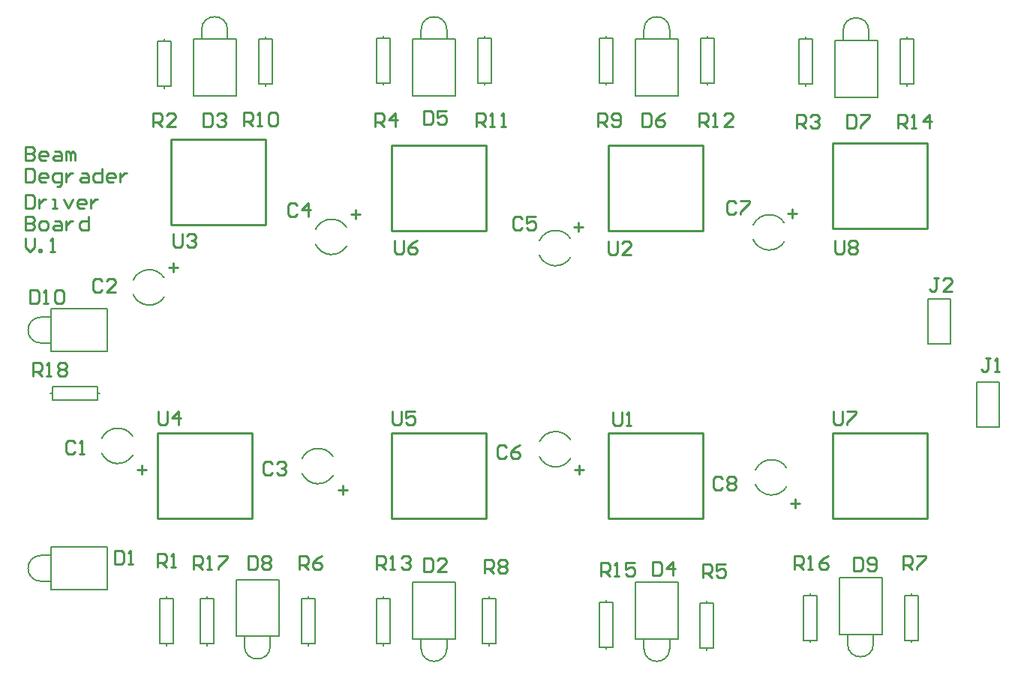
<source format=gto>
G04 Layer_Color=65535*
%FSLAX25Y25*%
%MOIN*%
G70*
G01*
G75*
%ADD10C,0.01000*%
%ADD35C,0.00500*%
%ADD36C,0.00787*%
D10*
X365500Y201284D02*
Y239283D01*
X407500D01*
Y201284D02*
Y239283D01*
X365500Y201284D02*
X407500D01*
X365500Y72284D02*
Y110284D01*
X407500D01*
Y72284D02*
Y110284D01*
X365500Y72284D02*
X407500D01*
X169500Y200284D02*
Y238283D01*
X211500D01*
Y200284D02*
Y238283D01*
X169500Y200284D02*
X211500D01*
X169500Y72284D02*
Y110284D01*
X211500D01*
Y72284D02*
Y110284D01*
X169500Y72284D02*
X211500D01*
X65500D02*
Y110284D01*
X107500D01*
Y72284D02*
Y110284D01*
X65500Y72284D02*
X107500D01*
X71500Y202716D02*
Y240717D01*
X113500D01*
Y202716D02*
Y240717D01*
X71500Y202716D02*
X113500D01*
X266000Y200284D02*
Y238283D01*
X308000D01*
Y200284D02*
Y238283D01*
X266000Y200284D02*
X308000D01*
X266000Y72284D02*
Y110284D01*
X308000D01*
Y72284D02*
Y110284D01*
X266000Y72284D02*
X308000D01*
X7000Y237388D02*
Y231390D01*
X9999D01*
X10999Y232390D01*
Y233389D01*
X9999Y234389D01*
X7000D01*
X9999D01*
X10999Y235389D01*
Y236388D01*
X9999Y237388D01*
X7000D01*
X15997Y231390D02*
X13998D01*
X12998Y232390D01*
Y234389D01*
X13998Y235389D01*
X15997D01*
X16997Y234389D01*
Y233389D01*
X12998D01*
X19996Y235389D02*
X21995D01*
X22995Y234389D01*
Y231390D01*
X19996D01*
X18996Y232390D01*
X19996Y233389D01*
X22995D01*
X24994Y231390D02*
Y235389D01*
X25994D01*
X26994Y234389D01*
Y231390D01*
Y234389D01*
X27993Y235389D01*
X28993Y234389D01*
Y231390D01*
X7000Y227790D02*
Y221792D01*
X9999D01*
X10999Y222792D01*
Y226791D01*
X9999Y227790D01*
X7000D01*
X15997Y221792D02*
X13998D01*
X12998Y222792D01*
Y224791D01*
X13998Y225791D01*
X15997D01*
X16997Y224791D01*
Y223792D01*
X12998D01*
X20996Y219793D02*
X21995D01*
X22995Y220793D01*
Y225791D01*
X19996D01*
X18996Y224791D01*
Y222792D01*
X19996Y221792D01*
X22995D01*
X24994Y225791D02*
Y221792D01*
Y223792D01*
X25994Y224791D01*
X26994Y225791D01*
X27993D01*
X31992D02*
X33991D01*
X34991Y224791D01*
Y221792D01*
X31992D01*
X30992Y222792D01*
X31992Y223792D01*
X34991D01*
X40989Y227790D02*
Y221792D01*
X37990D01*
X36990Y222792D01*
Y224791D01*
X37990Y225791D01*
X40989D01*
X45987Y221792D02*
X43988D01*
X42988Y222792D01*
Y224791D01*
X43988Y225791D01*
X45987D01*
X46987Y224791D01*
Y223792D01*
X42988D01*
X48986Y225791D02*
Y221792D01*
Y223792D01*
X49986Y224791D01*
X50986Y225791D01*
X51986D01*
X7000Y216193D02*
Y210195D01*
X9999D01*
X10999Y211195D01*
Y215194D01*
X9999Y216193D01*
X7000D01*
X12998Y214194D02*
Y210195D01*
Y212195D01*
X13998Y213194D01*
X14997Y214194D01*
X15997D01*
X18996Y210195D02*
X20996D01*
X19996D01*
Y214194D01*
X18996D01*
X23994D02*
X25994Y210195D01*
X27993Y214194D01*
X32992Y210195D02*
X30992D01*
X29993Y211195D01*
Y213194D01*
X30992Y214194D01*
X32992D01*
X33991Y213194D01*
Y212195D01*
X29993D01*
X35991Y214194D02*
Y210195D01*
Y212195D01*
X36990Y213194D01*
X37990Y214194D01*
X38990D01*
X7000Y206596D02*
Y200598D01*
X9999D01*
X10999Y201597D01*
Y202597D01*
X9999Y203597D01*
X7000D01*
X9999D01*
X10999Y204596D01*
Y205596D01*
X9999Y206596D01*
X7000D01*
X13998Y200598D02*
X15997D01*
X16997Y201597D01*
Y203597D01*
X15997Y204596D01*
X13998D01*
X12998Y203597D01*
Y201597D01*
X13998Y200598D01*
X19996Y204596D02*
X21995D01*
X22995Y203597D01*
Y200598D01*
X19996D01*
X18996Y201597D01*
X19996Y202597D01*
X22995D01*
X24994Y204596D02*
Y200598D01*
Y202597D01*
X25994Y203597D01*
X26994Y204596D01*
X27993D01*
X34991Y206596D02*
Y200598D01*
X31992D01*
X30992Y201597D01*
Y203597D01*
X31992Y204596D01*
X34991D01*
X7000Y196998D02*
Y192999D01*
X8999Y191000D01*
X10999Y192999D01*
Y196998D01*
X12998Y191000D02*
Y192000D01*
X13998D01*
Y191000D01*
X12998D01*
X17996D02*
X19996D01*
X18996D01*
Y196998D01*
X17996Y195998D01*
X63500Y246500D02*
Y252498D01*
X66499D01*
X67499Y251498D01*
Y249499D01*
X66499Y248499D01*
X63500D01*
X65499D02*
X67499Y246500D01*
X73497D02*
X69498D01*
X73497Y250499D01*
Y251498D01*
X72497Y252498D01*
X70498D01*
X69498Y251498D01*
X412649Y179348D02*
X410649D01*
X411649D01*
Y174350D01*
X410649Y173350D01*
X409650D01*
X408650Y174350D01*
X418647Y173350D02*
X414648D01*
X418647Y177349D01*
Y178348D01*
X417647Y179348D01*
X415648D01*
X414648Y178348D01*
X435499Y143498D02*
X433499D01*
X434499D01*
Y138500D01*
X433499Y137500D01*
X432500D01*
X431500Y138500D01*
X437498Y137500D02*
X439497D01*
X438498D01*
Y143498D01*
X437498Y142498D01*
X366000Y119798D02*
Y114800D01*
X367000Y113800D01*
X368999D01*
X369999Y114800D01*
Y119798D01*
X371998D02*
X375997D01*
Y118798D01*
X371998Y114800D01*
Y113800D01*
X268000Y119498D02*
Y114500D01*
X269000Y113500D01*
X270999D01*
X271999Y114500D01*
Y119498D01*
X273998Y113500D02*
X275997D01*
X274998D01*
Y119498D01*
X273998Y118498D01*
X170000Y119798D02*
Y114800D01*
X171000Y113800D01*
X172999D01*
X173999Y114800D01*
Y119798D01*
X179997D02*
X175998D01*
Y116799D01*
X177997Y117799D01*
X178997D01*
X179997Y116799D01*
Y114800D01*
X178997Y113800D01*
X176998D01*
X175998Y114800D01*
X66000Y119798D02*
Y114800D01*
X67000Y113800D01*
X68999D01*
X69999Y114800D01*
Y119798D01*
X74997Y113800D02*
Y119798D01*
X71998Y116799D01*
X75997D01*
X366500Y195998D02*
Y191000D01*
X367500Y190000D01*
X369499D01*
X370499Y191000D01*
Y195998D01*
X372498Y194998D02*
X373498Y195998D01*
X375497D01*
X376497Y194998D01*
Y193999D01*
X375497Y192999D01*
X376497Y191999D01*
Y191000D01*
X375497Y190000D01*
X373498D01*
X372498Y191000D01*
Y191999D01*
X373498Y192999D01*
X372498Y193999D01*
Y194998D01*
X373498Y192999D02*
X375497D01*
X266000Y195498D02*
Y190500D01*
X267000Y189500D01*
X268999D01*
X269999Y190500D01*
Y195498D01*
X275997Y189500D02*
X271998D01*
X275997Y193499D01*
Y194498D01*
X274997Y195498D01*
X272998D01*
X271998Y194498D01*
X171000Y195998D02*
Y191000D01*
X172000Y190000D01*
X173999D01*
X174999Y191000D01*
Y195998D01*
X180997D02*
X178997Y194998D01*
X176998Y192999D01*
Y191000D01*
X177998Y190000D01*
X179997D01*
X180997Y191000D01*
Y191999D01*
X179997Y192999D01*
X176998D01*
X72500Y198931D02*
Y193933D01*
X73500Y192933D01*
X75499D01*
X76499Y193933D01*
Y198931D01*
X78498Y197932D02*
X79498Y198931D01*
X81497D01*
X82497Y197932D01*
Y196932D01*
X81497Y195932D01*
X80497D01*
X81497D01*
X82497Y194932D01*
Y193933D01*
X81497Y192933D01*
X79498D01*
X78498Y193933D01*
X10300Y135700D02*
Y141698D01*
X13299D01*
X14299Y140698D01*
Y138699D01*
X13299Y137699D01*
X10300D01*
X12299D02*
X14299Y135700D01*
X16298D02*
X18297D01*
X17298D01*
Y141698D01*
X16298Y140698D01*
X21296D02*
X22296Y141698D01*
X24295D01*
X25295Y140698D01*
Y139699D01*
X24295Y138699D01*
X25295Y137699D01*
Y136700D01*
X24295Y135700D01*
X22296D01*
X21296Y136700D01*
Y137699D01*
X22296Y138699D01*
X21296Y139699D01*
Y140698D01*
X22296Y138699D02*
X24295D01*
X306300Y246500D02*
Y252498D01*
X309299D01*
X310299Y251498D01*
Y249499D01*
X309299Y248499D01*
X306300D01*
X308299D02*
X310299Y246500D01*
X312298D02*
X314297D01*
X313298D01*
Y252498D01*
X312298Y251498D01*
X321295Y246500D02*
X317296D01*
X321295Y250499D01*
Y251498D01*
X320296Y252498D01*
X318296D01*
X317296Y251498D01*
X163000Y49500D02*
Y55498D01*
X165999D01*
X166999Y54498D01*
Y52499D01*
X165999Y51499D01*
X163000D01*
X164999D02*
X166999Y49500D01*
X168998D02*
X170997D01*
X169998D01*
Y55498D01*
X168998Y54498D01*
X173996D02*
X174996Y55498D01*
X176996D01*
X177995Y54498D01*
Y53499D01*
X176996Y52499D01*
X175996D01*
X176996D01*
X177995Y51499D01*
Y50500D01*
X176996Y49500D01*
X174996D01*
X173996Y50500D01*
X81500Y49500D02*
Y55498D01*
X84499D01*
X85499Y54498D01*
Y52499D01*
X84499Y51499D01*
X81500D01*
X83499D02*
X85499Y49500D01*
X87498D02*
X89497D01*
X88498D01*
Y55498D01*
X87498Y54498D01*
X92496Y55498D02*
X96495D01*
Y54498D01*
X92496Y50500D01*
Y49500D01*
X348500D02*
Y55498D01*
X351499D01*
X352499Y54498D01*
Y52499D01*
X351499Y51499D01*
X348500D01*
X350499D02*
X352499Y49500D01*
X354498D02*
X356497D01*
X355498D01*
Y55498D01*
X354498Y54498D01*
X363495Y55498D02*
X361496Y54498D01*
X359496Y52499D01*
Y50500D01*
X360496Y49500D01*
X362495D01*
X363495Y50500D01*
Y51499D01*
X362495Y52499D01*
X359496D01*
X207300Y246500D02*
Y252498D01*
X210299D01*
X211299Y251498D01*
Y249499D01*
X210299Y248499D01*
X207300D01*
X209299D02*
X211299Y246500D01*
X213298D02*
X215297D01*
X214298D01*
Y252498D01*
X213298Y251498D01*
X218296Y246500D02*
X220296D01*
X219296D01*
Y252498D01*
X218296Y251498D01*
X262500Y46500D02*
Y52498D01*
X265499D01*
X266499Y51498D01*
Y49499D01*
X265499Y48499D01*
X262500D01*
X264499D02*
X266499Y46500D01*
X268498D02*
X270497D01*
X269498D01*
Y52498D01*
X268498Y51498D01*
X277495Y52498D02*
X273496D01*
Y49499D01*
X275496Y50499D01*
X276496D01*
X277495Y49499D01*
Y47500D01*
X276496Y46500D01*
X274496D01*
X273496Y47500D01*
X394800Y246000D02*
Y251998D01*
X397799D01*
X398799Y250998D01*
Y248999D01*
X397799Y247999D01*
X394800D01*
X396799D02*
X398799Y246000D01*
X400798D02*
X402797D01*
X401798D01*
Y251998D01*
X400798Y250998D01*
X408795Y246000D02*
Y251998D01*
X405796Y248999D01*
X409795D01*
X104000Y247000D02*
Y252998D01*
X106999D01*
X107999Y251998D01*
Y249999D01*
X106999Y248999D01*
X104000D01*
X105999D02*
X107999Y247000D01*
X109998D02*
X111997D01*
X110998D01*
Y252998D01*
X109998Y251998D01*
X114996D02*
X115996Y252998D01*
X117996D01*
X118995Y251998D01*
Y248000D01*
X117996Y247000D01*
X115996D01*
X114996Y248000D01*
Y251998D01*
X65500Y50500D02*
Y56498D01*
X68499D01*
X69499Y55498D01*
Y53499D01*
X68499Y52499D01*
X65500D01*
X67499D02*
X69499Y50500D01*
X71498D02*
X73497D01*
X72498D01*
Y56498D01*
X71498Y55498D01*
X397000Y49500D02*
Y55498D01*
X399999D01*
X400999Y54498D01*
Y52499D01*
X399999Y51499D01*
X397000D01*
X398999D02*
X400999Y49500D01*
X402998Y55498D02*
X406997D01*
Y54498D01*
X402998Y50500D01*
Y49500D01*
X308000Y46000D02*
Y51998D01*
X310999D01*
X311999Y50998D01*
Y48999D01*
X310999Y47999D01*
X308000D01*
X309999D02*
X311999Y46000D01*
X317997Y51998D02*
X313998D01*
Y48999D01*
X315997Y49999D01*
X316997D01*
X317997Y48999D01*
Y47000D01*
X316997Y46000D01*
X314998D01*
X313998Y47000D01*
X211000Y48000D02*
Y53998D01*
X213999D01*
X214999Y52998D01*
Y50999D01*
X213999Y49999D01*
X211000D01*
X212999D02*
X214999Y48000D01*
X216998Y52998D02*
X217998Y53998D01*
X219997D01*
X220997Y52998D01*
Y51999D01*
X219997Y50999D01*
X220997Y49999D01*
Y49000D01*
X219997Y48000D01*
X217998D01*
X216998Y49000D01*
Y49999D01*
X217998Y50999D01*
X216998Y51999D01*
Y52998D01*
X217998Y50999D02*
X219997D01*
X128500Y49500D02*
Y55498D01*
X131499D01*
X132499Y54498D01*
Y52499D01*
X131499Y51499D01*
X128500D01*
X130499D02*
X132499Y49500D01*
X138497Y55498D02*
X136497Y54498D01*
X134498Y52499D01*
Y50500D01*
X135498Y49500D01*
X137497D01*
X138497Y50500D01*
Y51499D01*
X137497Y52499D01*
X134498D01*
X349800Y246000D02*
Y251998D01*
X352799D01*
X353799Y250998D01*
Y248999D01*
X352799Y247999D01*
X349800D01*
X351799D02*
X353799Y246000D01*
X355798Y250998D02*
X356798Y251998D01*
X358797D01*
X359797Y250998D01*
Y249999D01*
X358797Y248999D01*
X357797D01*
X358797D01*
X359797Y247999D01*
Y247000D01*
X358797Y246000D01*
X356798D01*
X355798Y247000D01*
X261300Y246500D02*
Y252498D01*
X264299D01*
X265299Y251498D01*
Y249499D01*
X264299Y248499D01*
X261300D01*
X263299D02*
X265299Y246500D01*
X267298Y247500D02*
X268298Y246500D01*
X270297D01*
X271297Y247500D01*
Y251498D01*
X270297Y252498D01*
X268298D01*
X267298Y251498D01*
Y250499D01*
X268298Y249499D01*
X271297D01*
X162300Y246500D02*
Y252498D01*
X165299D01*
X166299Y251498D01*
Y249499D01*
X165299Y248499D01*
X162300D01*
X164299D02*
X166299Y246500D01*
X171297D02*
Y252498D01*
X168298Y249499D01*
X172297D01*
X8900Y173898D02*
Y167900D01*
X11899D01*
X12899Y168900D01*
Y172898D01*
X11899Y173898D01*
X8900D01*
X14898Y167900D02*
X16897D01*
X15898D01*
Y173898D01*
X14898Y172898D01*
X19896D02*
X20896Y173898D01*
X22896D01*
X23895Y172898D01*
Y168900D01*
X22896Y167900D01*
X20896D01*
X19896Y168900D01*
Y172898D01*
X375000Y54949D02*
Y48951D01*
X377999D01*
X378999Y49951D01*
Y53949D01*
X377999Y54949D01*
X375000D01*
X380998Y49951D02*
X381998Y48951D01*
X383997D01*
X384997Y49951D01*
Y53949D01*
X383997Y54949D01*
X381998D01*
X380998Y53949D01*
Y52950D01*
X381998Y51950D01*
X384997D01*
X106000Y55498D02*
Y49500D01*
X108999D01*
X109999Y50500D01*
Y54498D01*
X108999Y55498D01*
X106000D01*
X111998Y54498D02*
X112998Y55498D01*
X114997D01*
X115997Y54498D01*
Y53499D01*
X114997Y52499D01*
X115997Y51499D01*
Y50500D01*
X114997Y49500D01*
X112998D01*
X111998Y50500D01*
Y51499D01*
X112998Y52499D01*
X111998Y53499D01*
Y54498D01*
X112998Y52499D02*
X114997D01*
X371843Y251998D02*
Y246000D01*
X374842D01*
X375841Y247000D01*
Y250998D01*
X374842Y251998D01*
X371843D01*
X377841D02*
X381839D01*
Y250998D01*
X377841Y247000D01*
Y246000D01*
X184000Y54449D02*
Y48451D01*
X186999D01*
X187999Y49450D01*
Y53449D01*
X186999Y54449D01*
X184000D01*
X193997Y48451D02*
X189998D01*
X193997Y52450D01*
Y53449D01*
X192997Y54449D01*
X190998D01*
X189998Y53449D01*
X281000Y252498D02*
Y246500D01*
X283999D01*
X284999Y247500D01*
Y251498D01*
X283999Y252498D01*
X281000D01*
X290997D02*
X288997Y251498D01*
X286998Y249499D01*
Y247500D01*
X287998Y246500D01*
X289997D01*
X290997Y247500D01*
Y248499D01*
X289997Y249499D01*
X286998D01*
X184000Y253498D02*
Y247500D01*
X186999D01*
X187999Y248500D01*
Y252498D01*
X186999Y253498D01*
X184000D01*
X193997D02*
X189998D01*
Y250499D01*
X191997Y251499D01*
X192997D01*
X193997Y250499D01*
Y248500D01*
X192997Y247500D01*
X190998D01*
X189998Y248500D01*
X285500Y52949D02*
Y46951D01*
X288499D01*
X289499Y47951D01*
Y51949D01*
X288499Y52949D01*
X285500D01*
X294497Y46951D02*
Y52949D01*
X291498Y49950D01*
X295497D01*
X86000Y252498D02*
Y246500D01*
X88999D01*
X89999Y247500D01*
Y251498D01*
X88999Y252498D01*
X86000D01*
X91998Y251498D02*
X92998Y252498D01*
X94997D01*
X95997Y251498D01*
Y250499D01*
X94997Y249499D01*
X93997D01*
X94997D01*
X95997Y248499D01*
Y247500D01*
X94997Y246500D01*
X92998D01*
X91998Y247500D01*
X46500Y57998D02*
Y52000D01*
X49499D01*
X50499Y53000D01*
Y56998D01*
X49499Y57998D01*
X46500D01*
X52498Y52000D02*
X54497D01*
X53498D01*
Y57998D01*
X52498Y56998D01*
X127499Y211498D02*
X126499Y212498D01*
X124500D01*
X123500Y211498D01*
Y207500D01*
X124500Y206500D01*
X126499D01*
X127499Y207500D01*
X132497Y206500D02*
Y212498D01*
X129498Y209499D01*
X133497D01*
X116499Y96498D02*
X115499Y97498D01*
X113500D01*
X112500Y96498D01*
Y92500D01*
X113500Y91500D01*
X115499D01*
X116499Y92500D01*
X118498Y96498D02*
X119498Y97498D01*
X121497D01*
X122497Y96498D01*
Y95499D01*
X121497Y94499D01*
X120497D01*
X121497D01*
X122497Y93499D01*
Y92500D01*
X121497Y91500D01*
X119498D01*
X118498Y92500D01*
X40999Y177998D02*
X39999Y178998D01*
X38000D01*
X37000Y177998D01*
Y174000D01*
X38000Y173000D01*
X39999D01*
X40999Y174000D01*
X46997Y173000D02*
X42998D01*
X46997Y176999D01*
Y177998D01*
X45997Y178998D01*
X43998D01*
X42998Y177998D01*
X28999Y105998D02*
X27999Y106998D01*
X26000D01*
X25000Y105998D01*
Y102000D01*
X26000Y101000D01*
X27999D01*
X28999Y102000D01*
X30998Y101000D02*
X32997D01*
X31998D01*
Y106998D01*
X30998Y105998D01*
X227499Y205498D02*
X226499Y206498D01*
X224500D01*
X223500Y205498D01*
Y201500D01*
X224500Y200500D01*
X226499D01*
X227499Y201500D01*
X233497Y206498D02*
X229498D01*
Y203499D01*
X231497Y204499D01*
X232497D01*
X233497Y203499D01*
Y201500D01*
X232497Y200500D01*
X230498D01*
X229498Y201500D01*
X220499Y103998D02*
X219499Y104998D01*
X217500D01*
X216500Y103998D01*
Y100000D01*
X217500Y99000D01*
X219499D01*
X220499Y100000D01*
X226497Y104998D02*
X224497Y103998D01*
X222498Y101999D01*
Y100000D01*
X223498Y99000D01*
X225497D01*
X226497Y100000D01*
Y100999D01*
X225497Y101999D01*
X222498D01*
X322499Y212498D02*
X321499Y213498D01*
X319500D01*
X318500Y212498D01*
Y208500D01*
X319500Y207500D01*
X321499D01*
X322499Y208500D01*
X324498Y213498D02*
X328497D01*
Y212498D01*
X324498Y208500D01*
Y207500D01*
X316499Y89998D02*
X315499Y90998D01*
X313500D01*
X312500Y89998D01*
Y86000D01*
X313500Y85000D01*
X315499D01*
X316499Y86000D01*
X318498Y89998D02*
X319498Y90998D01*
X321497D01*
X322497Y89998D01*
Y88999D01*
X321497Y87999D01*
X322497Y86999D01*
Y86000D01*
X321497Y85000D01*
X319498D01*
X318498Y86000D01*
Y86999D01*
X319498Y87999D01*
X318498Y88999D01*
Y89998D01*
X319498Y87999D02*
X321497D01*
X251000Y93999D02*
X254999D01*
X252999Y95998D02*
Y92000D01*
X347000Y78999D02*
X350999D01*
X348999Y80998D02*
Y77000D01*
X146000Y84999D02*
X149999D01*
X147999Y86998D02*
Y83000D01*
X56500Y93999D02*
X60499D01*
X58499Y95998D02*
Y92000D01*
X70500Y183999D02*
X74499D01*
X72499Y185998D02*
Y182000D01*
X151500Y207499D02*
X155499D01*
X153499Y209498D02*
Y205500D01*
X250500Y201999D02*
X254499D01*
X252499Y203998D02*
Y200000D01*
X345500Y207999D02*
X349499D01*
X347499Y209998D02*
Y206000D01*
D35*
X13847Y161709D02*
G03*
X13847Y150291I0J-5709D01*
G01*
X372291Y16346D02*
G03*
X383709Y16346I5709J0D01*
G01*
X104291Y15396D02*
G03*
X115709Y15396I5709J0D01*
G01*
X381709Y289215D02*
G03*
X370291Y289215I-5709J0D01*
G01*
X293209Y289715D02*
G03*
X281791Y289715I-5709J0D01*
G01*
X194209D02*
G03*
X182791Y289715I-5709J0D01*
G01*
X281791Y14346D02*
G03*
X293209Y14346I5709J0D01*
G01*
X96709Y289715D02*
G03*
X85291Y289715I-5709J0D01*
G01*
X182791Y14346D02*
G03*
X194209Y14346I5709J0D01*
G01*
X13847Y55709D02*
G03*
X13847Y44291I0J-5709D01*
G01*
X43374Y146500D02*
Y165500D01*
X18177Y146500D02*
X43374D01*
X18177Y165500D02*
X43374D01*
X13847Y150291D02*
X18177D01*
X13847Y161709D02*
X18177D01*
Y146500D02*
Y165500D01*
X368500Y45874D02*
X387500D01*
Y20677D02*
Y45874D01*
X368500Y20677D02*
Y45874D01*
X383709Y16346D02*
Y20677D01*
X372291Y16346D02*
Y20677D01*
X368500D02*
X387500D01*
X100500Y44923D02*
X119500D01*
Y19726D02*
Y44923D01*
X100500Y19726D02*
Y44923D01*
X115709Y15396D02*
Y19726D01*
X104291Y15396D02*
Y19726D01*
X100500D02*
X119500D01*
X366500Y259687D02*
X385500D01*
X366500D02*
Y284884D01*
X385500Y259687D02*
Y284884D01*
X370291D02*
Y289215D01*
X381709Y284884D02*
Y289215D01*
X366500Y284884D02*
X385500D01*
X278000Y260187D02*
X297000D01*
X278000D02*
Y285384D01*
X297000Y260187D02*
Y285384D01*
X281791D02*
Y289715D01*
X293209Y285384D02*
Y289715D01*
X278000Y285384D02*
X297000D01*
X179000Y260187D02*
X198000D01*
X179000D02*
Y285384D01*
X198000Y260187D02*
Y285384D01*
X182791D02*
Y289715D01*
X194209Y285384D02*
Y289715D01*
X179000Y285384D02*
X198000D01*
X278000Y43874D02*
X297000D01*
Y18677D02*
Y43874D01*
X278000Y18677D02*
Y43874D01*
X293209Y14346D02*
Y18677D01*
X281791Y14346D02*
Y18677D01*
X278000D02*
X297000D01*
X81500Y260187D02*
X100500D01*
X81500D02*
Y285384D01*
X100500Y260187D02*
Y285384D01*
X85291D02*
Y289715D01*
X96709Y285384D02*
Y289715D01*
X81500Y285384D02*
X100500D01*
X179000Y43874D02*
X198000D01*
Y18677D02*
Y43874D01*
X179000Y18677D02*
Y43874D01*
X194209Y14346D02*
Y18677D01*
X182791Y14346D02*
Y18677D01*
X179000D02*
X198000D01*
X43374Y40500D02*
Y59500D01*
X18177Y40500D02*
X43374D01*
X18177Y59500D02*
X43374D01*
X13847Y44291D02*
X18177D01*
X13847Y55709D02*
X18177D01*
Y40500D02*
Y59500D01*
D36*
X331339Y87226D02*
G03*
X345140Y86268I7161J3274D01*
G01*
Y94732D02*
G03*
X331339Y93774I-6640J-4232D01*
G01*
X330339Y196226D02*
G03*
X344140Y195268I7161J3274D01*
G01*
Y203732D02*
G03*
X330339Y202774I-6640J-4232D01*
G01*
X235339Y99726D02*
G03*
X249140Y98768I7161J3274D01*
G01*
Y107232D02*
G03*
X235339Y106274I-6640J-4232D01*
G01*
Y189226D02*
G03*
X249140Y188268I7161J3274D01*
G01*
Y196732D02*
G03*
X235339Y195774I-6640J-4232D01*
G01*
X135839Y194226D02*
G03*
X149640Y193268I7161J3274D01*
G01*
Y201732D02*
G03*
X135839Y200774I-6640J-4232D01*
G01*
X129839Y92226D02*
G03*
X143640Y91268I7161J3274D01*
G01*
Y99732D02*
G03*
X129839Y98774I-6640J-4232D01*
G01*
X54839Y171726D02*
G03*
X68640Y170768I7161J3274D01*
G01*
Y179232D02*
G03*
X54839Y178274I-6640J-4232D01*
G01*
X40839Y101226D02*
G03*
X54640Y100268I7161J3274D01*
G01*
Y108732D02*
G03*
X40839Y107774I-6640J-4232D01*
G01*
X18100Y128000D02*
X19000D01*
X39000D02*
X39900D01*
X19000D02*
Y131000D01*
X39000D01*
Y125000D02*
Y131000D01*
X19000Y125000D02*
X39000D01*
X19000D02*
Y128000D01*
X87500Y15600D02*
Y16500D01*
Y36500D02*
Y37400D01*
X84500Y16500D02*
X87500D01*
X84500D02*
Y36500D01*
X90500D01*
Y16500D02*
Y36500D01*
X87500Y16500D02*
X90500D01*
X355500Y17100D02*
Y18000D01*
Y38000D02*
Y38900D01*
X352500Y18000D02*
X355500D01*
X352500D02*
Y38000D01*
X358500D01*
Y18000D02*
Y38000D01*
X355500Y18000D02*
X358500D01*
X265000Y14100D02*
Y15000D01*
Y35000D02*
Y35900D01*
X262000Y15000D02*
X265000D01*
X262000D02*
Y35000D01*
X268000D01*
Y15000D02*
Y35000D01*
X265000Y15000D02*
X268000D01*
X398500Y285500D02*
Y286400D01*
Y264600D02*
Y265500D01*
Y285500D02*
X401500D01*
Y265500D02*
Y285500D01*
X395500Y265500D02*
X401500D01*
X395500D02*
Y285500D01*
X398500D01*
X166000Y15600D02*
Y16500D01*
Y36500D02*
Y37400D01*
X163000Y16500D02*
X166000D01*
X163000D02*
Y36500D01*
X169000D01*
Y16500D02*
Y36500D01*
X166000Y16500D02*
X169000D01*
X310000Y286000D02*
Y286900D01*
Y265100D02*
Y266000D01*
Y286000D02*
X313000D01*
Y266000D02*
Y286000D01*
X307000Y266000D02*
X313000D01*
X307000D02*
Y286000D01*
X310000D01*
X211000D02*
Y286900D01*
Y265100D02*
Y266000D01*
Y286000D02*
X214000D01*
Y266000D02*
Y286000D01*
X208000Y266000D02*
X214000D01*
X208000D02*
Y286000D01*
X211000D01*
X113500Y285500D02*
Y286400D01*
Y264600D02*
Y265500D01*
Y285500D02*
X116500D01*
Y265500D02*
Y285500D01*
X110500Y265500D02*
X116500D01*
X110500D02*
Y285500D01*
X113500D01*
X265000Y286000D02*
Y286900D01*
Y265100D02*
Y266000D01*
Y286000D02*
X268000D01*
Y266000D02*
Y286000D01*
X262000Y266000D02*
X268000D01*
X262000D02*
Y286000D01*
X265000D01*
X213000Y15600D02*
Y16500D01*
Y36500D02*
Y37400D01*
X210000Y16500D02*
X213000D01*
X210000D02*
Y36500D01*
X216000D01*
Y16500D02*
Y36500D01*
X213000Y16500D02*
X216000D01*
X400500Y17100D02*
Y18000D01*
Y38000D02*
Y38900D01*
X397500Y18000D02*
X400500D01*
X397500D02*
Y38000D01*
X403500D01*
Y18000D02*
Y38000D01*
X400500Y18000D02*
X403500D01*
X132500Y15600D02*
Y16500D01*
Y36500D02*
Y37400D01*
X129500Y16500D02*
X132500D01*
X129500D02*
Y36500D01*
X135500D01*
Y16500D02*
Y36500D01*
X132500Y16500D02*
X135500D01*
X309500Y13600D02*
Y14500D01*
Y34500D02*
Y35400D01*
X306500Y14500D02*
X309500D01*
X306500D02*
Y34500D01*
X312500D01*
Y14500D02*
Y34500D01*
X309500Y14500D02*
X312500D01*
X166000Y286000D02*
Y286900D01*
Y265100D02*
Y266000D01*
Y286000D02*
X169000D01*
Y266000D02*
Y286000D01*
X163000Y266000D02*
X169000D01*
X163000D02*
Y286000D01*
X166000D01*
X353500Y285500D02*
Y286400D01*
Y264600D02*
Y265500D01*
Y285500D02*
X356500D01*
Y265500D02*
Y285500D01*
X350500Y265500D02*
X356500D01*
X350500D02*
Y285500D01*
X353500D01*
X68500Y284500D02*
Y285400D01*
Y263600D02*
Y264500D01*
Y284500D02*
X71500D01*
Y264500D02*
Y284500D01*
X65500Y264500D02*
X71500D01*
X65500D02*
Y284500D01*
X68500D01*
X69500Y15600D02*
Y16500D01*
Y36500D02*
Y37400D01*
X66500Y16500D02*
X69500D01*
X66500D02*
Y36500D01*
X72500D01*
Y16500D02*
Y36500D01*
X69500Y16500D02*
X72500D01*
X408000Y170000D02*
X418000D01*
Y150000D02*
Y170000D01*
X408000Y150000D02*
X418000D01*
X408000D02*
Y170000D01*
X429500Y133000D02*
X439500D01*
Y113000D02*
Y133000D01*
X429500Y113000D02*
X439500D01*
X429500D02*
Y133000D01*
M02*

</source>
